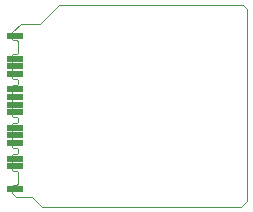
<source format=gbs>
G04 EAGLE Gerber X2 export*
%TF.Part,Single*%
%TF.FileFunction,Other,solder mask bottom*%
%TF.FilePolarity,Positive*%
%TF.GenerationSoftware,Autodesk,EAGLE,9.6.2*%
%TF.CreationDate,2020-07-07T11:12:48Z*%
G75*
%MOMM*%
%FSLAX34Y34*%
%LPD*%
%INsolder mask bottom*%
%AMOC8*
5,1,8,0,0,1.08239X$1,22.5*%
G01*
%ADD10C,0.000000*%
%ADD11R,1.451600X0.551600*%


D10*
X0Y-23000D02*
X3000Y-26000D01*
X17000Y-26000D01*
X39750Y136500D02*
X195500Y136500D01*
X39750Y136500D02*
X23750Y120500D01*
X7000Y120500D01*
X0Y113500D01*
X0Y107500D01*
X0Y94000D02*
X0Y75000D01*
X1000Y74000D01*
X4000Y74000D01*
X5000Y73000D01*
X5000Y70000D02*
X4000Y69000D01*
X1000Y69000D01*
X0Y68000D01*
X5000Y70000D02*
X5000Y73000D01*
X0Y68000D02*
X0Y42500D01*
X1000Y41500D01*
X4000Y41500D01*
X5000Y40500D01*
X5000Y37500D02*
X4000Y36500D01*
X1000Y36500D01*
X0Y35500D01*
X5000Y37500D02*
X5000Y40500D01*
X0Y-16500D02*
X0Y-23000D01*
X0Y-3000D02*
X0Y9500D01*
X0Y16500D02*
X0Y35500D01*
X0Y-3000D02*
X1000Y-4000D01*
X4000Y-4000D02*
X5000Y-5000D01*
X4000Y-4000D02*
X1000Y-4000D01*
X5000Y-5000D02*
X5000Y-14500D01*
X4000Y-15500D01*
X1000Y-15500D01*
X0Y-16500D01*
X1000Y106500D02*
X0Y107500D01*
X1000Y106500D02*
X4000Y106500D01*
X5000Y105500D01*
X5000Y96000D01*
X4000Y95000D01*
X1000Y95000D01*
X0Y94000D01*
X0Y16500D02*
X1000Y15500D01*
X4000Y15500D01*
X5000Y14500D01*
X5000Y11500D01*
X4000Y10500D01*
X1000Y10500D01*
X0Y9500D01*
X17000Y-26000D02*
X25500Y-34500D01*
X193500Y-34500D01*
X198500Y-29500D01*
X198500Y133500D01*
X195500Y136500D01*
D11*
X2000Y91000D03*
X2000Y84500D03*
X2000Y78000D03*
X2000Y65000D03*
X2000Y58500D03*
X2000Y52000D03*
X2000Y45500D03*
X2000Y32500D03*
X2000Y26000D03*
X2000Y19500D03*
X2000Y6500D03*
X2000Y0D03*
X2000Y-19500D03*
X2000Y110500D03*
M02*

</source>
